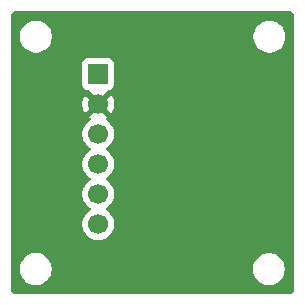
<source format=gbr>
%TF.GenerationSoftware,KiCad,Pcbnew,9.0.5*%
%TF.CreationDate,2025-12-22T22:05:16-05:00*%
%TF.ProjectId,as5047p-atsm_breakout,61733530-3437-4702-9d61-74736d5f6272,rev?*%
%TF.SameCoordinates,Original*%
%TF.FileFunction,Copper,L2,Bot*%
%TF.FilePolarity,Positive*%
%FSLAX46Y46*%
G04 Gerber Fmt 4.6, Leading zero omitted, Abs format (unit mm)*
G04 Created by KiCad (PCBNEW 9.0.5) date 2025-12-22 22:05:16*
%MOMM*%
%LPD*%
G01*
G04 APERTURE LIST*
%TA.AperFunction,ComponentPad*%
%ADD10R,1.700000X1.700000*%
%TD*%
%TA.AperFunction,ComponentPad*%
%ADD11C,1.700000*%
%TD*%
%TA.AperFunction,ViaPad*%
%ADD12C,0.600000*%
%TD*%
G04 APERTURE END LIST*
D10*
%TO.P,J1,1,Pin_1*%
%TO.N,5v*%
X138000000Y-77960000D03*
D11*
%TO.P,J1,2,Pin_2*%
%TO.N,GND*%
X138000000Y-80500000D03*
%TO.P,J1,3,Pin_3*%
%TO.N,!CS*%
X138000000Y-83040000D03*
%TO.P,J1,4,Pin_4*%
%TO.N,SCLK*%
X138000000Y-85580000D03*
%TO.P,J1,5,Pin_5*%
%TO.N,MISO*%
X138000000Y-88120000D03*
%TO.P,J1,6,Pin_6*%
%TO.N,MOSI*%
X138000000Y-90660000D03*
%TD*%
D12*
%TO.N,GND*%
X143500000Y-85500000D03*
X146200000Y-83000000D03*
X149500000Y-87900000D03*
X149300000Y-80400000D03*
%TD*%
%TA.AperFunction,Conductor*%
%TO.N,GND*%
G36*
X154106922Y-72601280D02*
G01*
X154197266Y-72611459D01*
X154224331Y-72617636D01*
X154303540Y-72645352D01*
X154328553Y-72657398D01*
X154399606Y-72702043D01*
X154421313Y-72719355D01*
X154480644Y-72778686D01*
X154497957Y-72800395D01*
X154542600Y-72871444D01*
X154554648Y-72896462D01*
X154582362Y-72975666D01*
X154588540Y-73002735D01*
X154598720Y-73093076D01*
X154599500Y-73106961D01*
X154599500Y-96093038D01*
X154598720Y-96106922D01*
X154598720Y-96106923D01*
X154588540Y-96197264D01*
X154582362Y-96224333D01*
X154554648Y-96303537D01*
X154542600Y-96328555D01*
X154497957Y-96399604D01*
X154480644Y-96421313D01*
X154421313Y-96480644D01*
X154399604Y-96497957D01*
X154328555Y-96542600D01*
X154303537Y-96554648D01*
X154224333Y-96582362D01*
X154197264Y-96588540D01*
X154117075Y-96597576D01*
X154106921Y-96598720D01*
X154093038Y-96599500D01*
X131106962Y-96599500D01*
X131093078Y-96598720D01*
X131080553Y-96597308D01*
X131002735Y-96588540D01*
X130975666Y-96582362D01*
X130896462Y-96554648D01*
X130871444Y-96542600D01*
X130800395Y-96497957D01*
X130778686Y-96480644D01*
X130719355Y-96421313D01*
X130702042Y-96399604D01*
X130657399Y-96328555D01*
X130645351Y-96303537D01*
X130617637Y-96224333D01*
X130611459Y-96197263D01*
X130601280Y-96106922D01*
X130600500Y-96093038D01*
X130600500Y-94356144D01*
X131367781Y-94356144D01*
X131367781Y-94568718D01*
X131401035Y-94778674D01*
X131404547Y-94789484D01*
X131466725Y-94980845D01*
X131563232Y-95170251D01*
X131688171Y-95342217D01*
X131838494Y-95492540D01*
X132010460Y-95617479D01*
X132010462Y-95617480D01*
X132010465Y-95617482D01*
X132199869Y-95713988D01*
X132402038Y-95779677D01*
X132611994Y-95812931D01*
X132611995Y-95812931D01*
X132824567Y-95812931D01*
X132824568Y-95812931D01*
X133034524Y-95779677D01*
X133236693Y-95713988D01*
X133426097Y-95617482D01*
X133448070Y-95601517D01*
X133598067Y-95492540D01*
X133598069Y-95492537D01*
X133598073Y-95492535D01*
X133748385Y-95342223D01*
X133748387Y-95342219D01*
X133748390Y-95342217D01*
X133873329Y-95170251D01*
X133873328Y-95170251D01*
X133873332Y-95170247D01*
X133969838Y-94980843D01*
X134035527Y-94778674D01*
X134068781Y-94568718D01*
X134068781Y-94366958D01*
X151103027Y-94366958D01*
X151103027Y-94579531D01*
X151134567Y-94778670D01*
X151136281Y-94789488D01*
X151198456Y-94980843D01*
X151201971Y-94991659D01*
X151298478Y-95181065D01*
X151423417Y-95353031D01*
X151573740Y-95503354D01*
X151745706Y-95628293D01*
X151745708Y-95628294D01*
X151745711Y-95628296D01*
X151935115Y-95724802D01*
X152137284Y-95790491D01*
X152347240Y-95823745D01*
X152347241Y-95823745D01*
X152559813Y-95823745D01*
X152559814Y-95823745D01*
X152769770Y-95790491D01*
X152971939Y-95724802D01*
X153161343Y-95628296D01*
X153183316Y-95612331D01*
X153333313Y-95503354D01*
X153333315Y-95503351D01*
X153333319Y-95503349D01*
X153483631Y-95353037D01*
X153483633Y-95353033D01*
X153483636Y-95353031D01*
X153608575Y-95181065D01*
X153608574Y-95181065D01*
X153608578Y-95181061D01*
X153705084Y-94991657D01*
X153770773Y-94789488D01*
X153804027Y-94579532D01*
X153804027Y-94366958D01*
X153770773Y-94157002D01*
X153705084Y-93954833D01*
X153608578Y-93765429D01*
X153608576Y-93765426D01*
X153608575Y-93765424D01*
X153483636Y-93593458D01*
X153333313Y-93443135D01*
X153161347Y-93318196D01*
X152971941Y-93221689D01*
X152971940Y-93221688D01*
X152971939Y-93221688D01*
X152769770Y-93155999D01*
X152769768Y-93155998D01*
X152769767Y-93155998D01*
X152608484Y-93130453D01*
X152559814Y-93122745D01*
X152347240Y-93122745D01*
X152298569Y-93130453D01*
X152137287Y-93155998D01*
X151935112Y-93221689D01*
X151745706Y-93318196D01*
X151573740Y-93443135D01*
X151423417Y-93593458D01*
X151298478Y-93765424D01*
X151201971Y-93954830D01*
X151136280Y-94157005D01*
X151103027Y-94366958D01*
X134068781Y-94366958D01*
X134068781Y-94356144D01*
X134035527Y-94146188D01*
X133969838Y-93944019D01*
X133873332Y-93754615D01*
X133873330Y-93754612D01*
X133873329Y-93754610D01*
X133748390Y-93582644D01*
X133598067Y-93432321D01*
X133426101Y-93307382D01*
X133236695Y-93210875D01*
X133236694Y-93210874D01*
X133236693Y-93210874D01*
X133034524Y-93145185D01*
X133034522Y-93145184D01*
X133034521Y-93145184D01*
X132873238Y-93119639D01*
X132824568Y-93111931D01*
X132611994Y-93111931D01*
X132563323Y-93119639D01*
X132402041Y-93145184D01*
X132199866Y-93210875D01*
X132010460Y-93307382D01*
X131838494Y-93432321D01*
X131688171Y-93582644D01*
X131563232Y-93754610D01*
X131466725Y-93944016D01*
X131401034Y-94146191D01*
X131367781Y-94356144D01*
X130600500Y-94356144D01*
X130600500Y-77062135D01*
X136649500Y-77062135D01*
X136649500Y-78857870D01*
X136649501Y-78857876D01*
X136655908Y-78917483D01*
X136706202Y-79052328D01*
X136706206Y-79052335D01*
X136792452Y-79167544D01*
X136792455Y-79167547D01*
X136907664Y-79253793D01*
X136907671Y-79253797D01*
X136952618Y-79270561D01*
X137042517Y-79304091D01*
X137102127Y-79310500D01*
X137112685Y-79310499D01*
X137179723Y-79330179D01*
X137200372Y-79346818D01*
X137870591Y-80017037D01*
X137807007Y-80034075D01*
X137692993Y-80099901D01*
X137599901Y-80192993D01*
X137534075Y-80307007D01*
X137517037Y-80370591D01*
X136884728Y-79738282D01*
X136884727Y-79738282D01*
X136845380Y-79792439D01*
X136748904Y-79981782D01*
X136683242Y-80183869D01*
X136683242Y-80183872D01*
X136650000Y-80393753D01*
X136650000Y-80606246D01*
X136683242Y-80816127D01*
X136683242Y-80816130D01*
X136748904Y-81018217D01*
X136845375Y-81207550D01*
X136884728Y-81261716D01*
X137517037Y-80629408D01*
X137534075Y-80692993D01*
X137599901Y-80807007D01*
X137692993Y-80900099D01*
X137807007Y-80965925D01*
X137870590Y-80982962D01*
X137238282Y-81615269D01*
X137238282Y-81615270D01*
X137292452Y-81654626D01*
X137292451Y-81654626D01*
X137301495Y-81659234D01*
X137352292Y-81707208D01*
X137369087Y-81775029D01*
X137346550Y-81841164D01*
X137301499Y-81880202D01*
X137292182Y-81884949D01*
X137120213Y-82009890D01*
X136969890Y-82160213D01*
X136844951Y-82332179D01*
X136748444Y-82521585D01*
X136682753Y-82723760D01*
X136649500Y-82933713D01*
X136649500Y-83146286D01*
X136682753Y-83356239D01*
X136748444Y-83558414D01*
X136844951Y-83747820D01*
X136969890Y-83919786D01*
X137120213Y-84070109D01*
X137292182Y-84195050D01*
X137300946Y-84199516D01*
X137351742Y-84247491D01*
X137368536Y-84315312D01*
X137345998Y-84381447D01*
X137300946Y-84420484D01*
X137292182Y-84424949D01*
X137120213Y-84549890D01*
X136969890Y-84700213D01*
X136844951Y-84872179D01*
X136748444Y-85061585D01*
X136682753Y-85263760D01*
X136649500Y-85473713D01*
X136649500Y-85686286D01*
X136682753Y-85896239D01*
X136748444Y-86098414D01*
X136844951Y-86287820D01*
X136969890Y-86459786D01*
X137120213Y-86610109D01*
X137292182Y-86735050D01*
X137300946Y-86739516D01*
X137351742Y-86787491D01*
X137368536Y-86855312D01*
X137345998Y-86921447D01*
X137300946Y-86960484D01*
X137292182Y-86964949D01*
X137120213Y-87089890D01*
X136969890Y-87240213D01*
X136844951Y-87412179D01*
X136748444Y-87601585D01*
X136682753Y-87803760D01*
X136649500Y-88013713D01*
X136649500Y-88226286D01*
X136682753Y-88436239D01*
X136748444Y-88638414D01*
X136844951Y-88827820D01*
X136969890Y-88999786D01*
X137120213Y-89150109D01*
X137292182Y-89275050D01*
X137300946Y-89279516D01*
X137351742Y-89327491D01*
X137368536Y-89395312D01*
X137345998Y-89461447D01*
X137300946Y-89500484D01*
X137292182Y-89504949D01*
X137120213Y-89629890D01*
X136969890Y-89780213D01*
X136844951Y-89952179D01*
X136748444Y-90141585D01*
X136682753Y-90343760D01*
X136649500Y-90553713D01*
X136649500Y-90766286D01*
X136682753Y-90976239D01*
X136748444Y-91178414D01*
X136844951Y-91367820D01*
X136969890Y-91539786D01*
X137120213Y-91690109D01*
X137292179Y-91815048D01*
X137292181Y-91815049D01*
X137292184Y-91815051D01*
X137481588Y-91911557D01*
X137683757Y-91977246D01*
X137893713Y-92010500D01*
X137893714Y-92010500D01*
X138106286Y-92010500D01*
X138106287Y-92010500D01*
X138316243Y-91977246D01*
X138518412Y-91911557D01*
X138707816Y-91815051D01*
X138729789Y-91799086D01*
X138879786Y-91690109D01*
X138879788Y-91690106D01*
X138879792Y-91690104D01*
X139030104Y-91539792D01*
X139030106Y-91539788D01*
X139030109Y-91539786D01*
X139155048Y-91367820D01*
X139155047Y-91367820D01*
X139155051Y-91367816D01*
X139251557Y-91178412D01*
X139317246Y-90976243D01*
X139350500Y-90766287D01*
X139350500Y-90553713D01*
X139317246Y-90343757D01*
X139251557Y-90141588D01*
X139155051Y-89952184D01*
X139155049Y-89952181D01*
X139155048Y-89952179D01*
X139030109Y-89780213D01*
X138879786Y-89629890D01*
X138707820Y-89504951D01*
X138707115Y-89504591D01*
X138699054Y-89500485D01*
X138648259Y-89452512D01*
X138631463Y-89384692D01*
X138653999Y-89318556D01*
X138699054Y-89279515D01*
X138707816Y-89275051D01*
X138729789Y-89259086D01*
X138879786Y-89150109D01*
X138879788Y-89150106D01*
X138879792Y-89150104D01*
X139030104Y-88999792D01*
X139030106Y-88999788D01*
X139030109Y-88999786D01*
X139155048Y-88827820D01*
X139155047Y-88827820D01*
X139155051Y-88827816D01*
X139251557Y-88638412D01*
X139317246Y-88436243D01*
X139350500Y-88226287D01*
X139350500Y-88013713D01*
X139317246Y-87803757D01*
X139251557Y-87601588D01*
X139155051Y-87412184D01*
X139155049Y-87412181D01*
X139155048Y-87412179D01*
X139030109Y-87240213D01*
X138879786Y-87089890D01*
X138707820Y-86964951D01*
X138707115Y-86964591D01*
X138699054Y-86960485D01*
X138648259Y-86912512D01*
X138631463Y-86844692D01*
X138653999Y-86778556D01*
X138699054Y-86739515D01*
X138707816Y-86735051D01*
X138729789Y-86719086D01*
X138879786Y-86610109D01*
X138879788Y-86610106D01*
X138879792Y-86610104D01*
X139030104Y-86459792D01*
X139030106Y-86459788D01*
X139030109Y-86459786D01*
X139155048Y-86287820D01*
X139155047Y-86287820D01*
X139155051Y-86287816D01*
X139251557Y-86098412D01*
X139317246Y-85896243D01*
X139350500Y-85686287D01*
X139350500Y-85473713D01*
X139317246Y-85263757D01*
X139251557Y-85061588D01*
X139155051Y-84872184D01*
X139155049Y-84872181D01*
X139155048Y-84872179D01*
X139030109Y-84700213D01*
X138879786Y-84549890D01*
X138707820Y-84424951D01*
X138707115Y-84424591D01*
X138699054Y-84420485D01*
X138648259Y-84372512D01*
X138631463Y-84304692D01*
X138653999Y-84238556D01*
X138699054Y-84199515D01*
X138707816Y-84195051D01*
X138729789Y-84179086D01*
X138879786Y-84070109D01*
X138879788Y-84070106D01*
X138879792Y-84070104D01*
X139030104Y-83919792D01*
X139030106Y-83919788D01*
X139030109Y-83919786D01*
X139155048Y-83747820D01*
X139155047Y-83747820D01*
X139155051Y-83747816D01*
X139251557Y-83558412D01*
X139317246Y-83356243D01*
X139350500Y-83146287D01*
X139350500Y-82933713D01*
X139317246Y-82723757D01*
X139251557Y-82521588D01*
X139155051Y-82332184D01*
X139155049Y-82332181D01*
X139155048Y-82332179D01*
X139030109Y-82160213D01*
X138879786Y-82009890D01*
X138707817Y-81884949D01*
X138698504Y-81880204D01*
X138647707Y-81832230D01*
X138630912Y-81764409D01*
X138653449Y-81698274D01*
X138698507Y-81659232D01*
X138707555Y-81654622D01*
X138761716Y-81615270D01*
X138761717Y-81615270D01*
X138129408Y-80982962D01*
X138192993Y-80965925D01*
X138307007Y-80900099D01*
X138400099Y-80807007D01*
X138465925Y-80692993D01*
X138482962Y-80629408D01*
X139115270Y-81261717D01*
X139115270Y-81261716D01*
X139154622Y-81207554D01*
X139251095Y-81018217D01*
X139316757Y-80816130D01*
X139316757Y-80816127D01*
X139350000Y-80606246D01*
X139350000Y-80393753D01*
X139316757Y-80183872D01*
X139316757Y-80183869D01*
X139251095Y-79981782D01*
X139154624Y-79792449D01*
X139115270Y-79738282D01*
X139115269Y-79738282D01*
X138482962Y-80370590D01*
X138465925Y-80307007D01*
X138400099Y-80192993D01*
X138307007Y-80099901D01*
X138192993Y-80034075D01*
X138129409Y-80017037D01*
X138799627Y-79346818D01*
X138860950Y-79313333D01*
X138887307Y-79310499D01*
X138897872Y-79310499D01*
X138957483Y-79304091D01*
X139092331Y-79253796D01*
X139207546Y-79167546D01*
X139293796Y-79052331D01*
X139344091Y-78917483D01*
X139350500Y-78857873D01*
X139350499Y-77062128D01*
X139344091Y-77002517D01*
X139293796Y-76867669D01*
X139293795Y-76867668D01*
X139293793Y-76867664D01*
X139207547Y-76752455D01*
X139207544Y-76752452D01*
X139092335Y-76666206D01*
X139092328Y-76666202D01*
X138957482Y-76615908D01*
X138957483Y-76615908D01*
X138897883Y-76609501D01*
X138897881Y-76609500D01*
X138897873Y-76609500D01*
X138897864Y-76609500D01*
X137102129Y-76609500D01*
X137102123Y-76609501D01*
X137042516Y-76615908D01*
X136907671Y-76666202D01*
X136907664Y-76666206D01*
X136792455Y-76752452D01*
X136792452Y-76752455D01*
X136706206Y-76867664D01*
X136706202Y-76867671D01*
X136655908Y-77002517D01*
X136649501Y-77062116D01*
X136649501Y-77062123D01*
X136649500Y-77062135D01*
X130600500Y-77062135D01*
X130600500Y-74680559D01*
X131376125Y-74680559D01*
X131376125Y-74893133D01*
X131409379Y-75103089D01*
X131412891Y-75113899D01*
X131475069Y-75305260D01*
X131571576Y-75494666D01*
X131696515Y-75666632D01*
X131846838Y-75816955D01*
X132018804Y-75941894D01*
X132018806Y-75941895D01*
X132018809Y-75941897D01*
X132208213Y-76038403D01*
X132410382Y-76104092D01*
X132620338Y-76137346D01*
X132620339Y-76137346D01*
X132832911Y-76137346D01*
X132832912Y-76137346D01*
X133042868Y-76104092D01*
X133245037Y-76038403D01*
X133434441Y-75941897D01*
X133456414Y-75925932D01*
X133606411Y-75816955D01*
X133606413Y-75816952D01*
X133606417Y-75816950D01*
X133756729Y-75666638D01*
X133756731Y-75666634D01*
X133756734Y-75666632D01*
X133881673Y-75494666D01*
X133881672Y-75494666D01*
X133881676Y-75494662D01*
X133978182Y-75305258D01*
X134043871Y-75103089D01*
X134077125Y-74893133D01*
X134077125Y-74691373D01*
X151143813Y-74691373D01*
X151143813Y-74903946D01*
X151175353Y-75103085D01*
X151177067Y-75113903D01*
X151239242Y-75305258D01*
X151242757Y-75316074D01*
X151339264Y-75505480D01*
X151464203Y-75677446D01*
X151614526Y-75827769D01*
X151786492Y-75952708D01*
X151786494Y-75952709D01*
X151786497Y-75952711D01*
X151975901Y-76049217D01*
X152178070Y-76114906D01*
X152388026Y-76148160D01*
X152388027Y-76148160D01*
X152600599Y-76148160D01*
X152600600Y-76148160D01*
X152810556Y-76114906D01*
X153012725Y-76049217D01*
X153202129Y-75952711D01*
X153224102Y-75936746D01*
X153374099Y-75827769D01*
X153374101Y-75827766D01*
X153374105Y-75827764D01*
X153524417Y-75677452D01*
X153524419Y-75677448D01*
X153524422Y-75677446D01*
X153649361Y-75505480D01*
X153649360Y-75505480D01*
X153649364Y-75505476D01*
X153745870Y-75316072D01*
X153811559Y-75113903D01*
X153844813Y-74903947D01*
X153844813Y-74691373D01*
X153811559Y-74481417D01*
X153745870Y-74279248D01*
X153649364Y-74089844D01*
X153649362Y-74089841D01*
X153649361Y-74089839D01*
X153524422Y-73917873D01*
X153374099Y-73767550D01*
X153202133Y-73642611D01*
X153012727Y-73546104D01*
X153012726Y-73546103D01*
X153012725Y-73546103D01*
X152810556Y-73480414D01*
X152810554Y-73480413D01*
X152810553Y-73480413D01*
X152649270Y-73454868D01*
X152600600Y-73447160D01*
X152388026Y-73447160D01*
X152339355Y-73454868D01*
X152178073Y-73480413D01*
X151975898Y-73546104D01*
X151786492Y-73642611D01*
X151614526Y-73767550D01*
X151464203Y-73917873D01*
X151339264Y-74089839D01*
X151242757Y-74279245D01*
X151177066Y-74481420D01*
X151143813Y-74691373D01*
X134077125Y-74691373D01*
X134077125Y-74680559D01*
X134043871Y-74470603D01*
X133978182Y-74268434D01*
X133881676Y-74079030D01*
X133881674Y-74079027D01*
X133881673Y-74079025D01*
X133756734Y-73907059D01*
X133606411Y-73756736D01*
X133434445Y-73631797D01*
X133245039Y-73535290D01*
X133245038Y-73535289D01*
X133245037Y-73535289D01*
X133042868Y-73469600D01*
X133042866Y-73469599D01*
X133042865Y-73469599D01*
X132881582Y-73444054D01*
X132832912Y-73436346D01*
X132620338Y-73436346D01*
X132571667Y-73444054D01*
X132410385Y-73469599D01*
X132208210Y-73535290D01*
X132018804Y-73631797D01*
X131846838Y-73756736D01*
X131696515Y-73907059D01*
X131571576Y-74079025D01*
X131475069Y-74268431D01*
X131409378Y-74470606D01*
X131376125Y-74680559D01*
X130600500Y-74680559D01*
X130600500Y-73106961D01*
X130601280Y-73093077D01*
X130601280Y-73093076D01*
X130611460Y-73002729D01*
X130617635Y-72975670D01*
X130645353Y-72896456D01*
X130657396Y-72871450D01*
X130702046Y-72800389D01*
X130719351Y-72778690D01*
X130778690Y-72719351D01*
X130800389Y-72702046D01*
X130871450Y-72657396D01*
X130896456Y-72645353D01*
X130975670Y-72617635D01*
X131002733Y-72611459D01*
X131065419Y-72604396D01*
X131093079Y-72601280D01*
X131106962Y-72600500D01*
X131165892Y-72600500D01*
X154034108Y-72600500D01*
X154093038Y-72600500D01*
X154106922Y-72601280D01*
G37*
%TD.AperFunction*%
%TD*%
M02*

</source>
